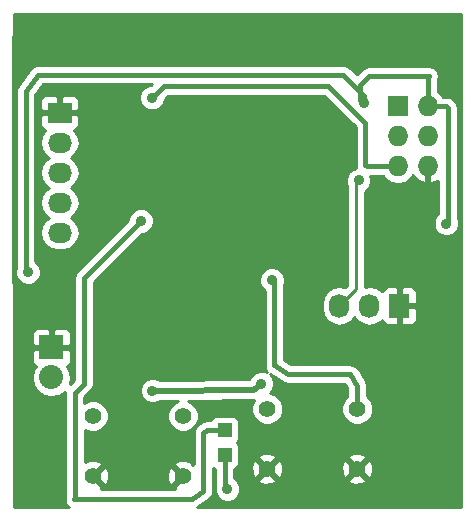
<source format=gbl>
%FSLAX46Y46*%
G04 Gerber Fmt 4.6, Leading zero omitted, Abs format (unit mm)*
G04 Created by KiCad (PCBNEW (2014-07-24 BZR 5026)-product) date 7/27/2014 12:58:05 AM*
%MOMM*%
G01*
G04 APERTURE LIST*
%ADD10C,0.100000*%
%ADD11R,1.198880X1.198880*%
%ADD12R,1.727200X2.032000*%
%ADD13O,1.727200X2.032000*%
%ADD14R,2.032000X2.032000*%
%ADD15O,2.032000X2.032000*%
%ADD16R,2.032000X1.727200*%
%ADD17O,2.032000X1.727200*%
%ADD18R,1.727200X1.727200*%
%ADD19O,1.727200X1.727200*%
%ADD20C,1.397000*%
%ADD21C,0.889000*%
%ADD22C,0.508000*%
%ADD23C,0.381000*%
%ADD24C,0.254000*%
G04 APERTURE END LIST*
D10*
D11*
X18958560Y7150100D03*
X18958560Y5052060D03*
D12*
X33746440Y17668240D03*
D13*
X31206440Y17668240D03*
X28666440Y17668240D03*
D14*
X4277360Y14152880D03*
D15*
X4277360Y11612880D03*
D16*
X4988560Y34041080D03*
D17*
X4988560Y31501080D03*
X4988560Y28961080D03*
X4988560Y26421080D03*
X4988560Y23881080D03*
D18*
X33624520Y34569400D03*
D19*
X36164520Y34569400D03*
X33624520Y32029400D03*
X36164520Y32029400D03*
X33624520Y29489400D03*
X36164520Y29489400D03*
D20*
X22555200Y8956040D03*
X22555200Y3876040D03*
X30175200Y8956040D03*
X30175200Y3876040D03*
X7807960Y8346440D03*
X7807960Y3266440D03*
X15427960Y8346440D03*
X15427960Y3266440D03*
D21*
X22057360Y11089640D03*
X12837160Y10495280D03*
X30718760Y34853880D03*
X2316480Y20518120D03*
X37719000Y24638000D03*
X11871960Y24876760D03*
X19187160Y2164080D03*
X12801600Y35295840D03*
X30286960Y28285440D03*
X22946360Y19842480D03*
D22*
X21468080Y10576560D02*
X22057360Y11089640D01*
X12872720Y10459720D02*
X21468080Y10576560D01*
X12837160Y10495280D02*
X12872720Y10459720D01*
D23*
X36255960Y37165280D02*
X36164520Y37073840D01*
X31201360Y37165280D02*
X36255960Y37165280D01*
X30439360Y36403280D02*
X31201360Y37165280D01*
X30439360Y35133280D02*
X30439360Y36403280D01*
X30718760Y34853880D02*
X30439360Y35133280D01*
X36164520Y37073840D02*
X36164520Y34569400D01*
X2092960Y20741640D02*
X2316480Y20518120D01*
X2092960Y35829240D02*
X2092960Y20741640D01*
X3139440Y37256720D02*
X2092960Y35829240D01*
X29011880Y37256720D02*
X3139440Y37256720D01*
X30718760Y35422840D02*
X29011880Y37256720D01*
X30718760Y34853880D02*
X30718760Y35422840D01*
X36647120Y35052000D02*
X36164520Y34569400D01*
X37693600Y34569400D02*
X37846000Y34417000D01*
X37846000Y34417000D02*
X37846000Y24765000D01*
X37846000Y24765000D02*
X37719000Y24638000D01*
X36164520Y34569400D02*
X37693600Y34569400D01*
X17416780Y7150100D02*
X17145000Y6878320D01*
X17145000Y6878320D02*
X17145000Y2001520D01*
X17145000Y2001520D02*
X16169640Y1305560D01*
X16169640Y1305560D02*
X6228080Y1305560D01*
X6228080Y1305560D02*
X6304280Y1381760D01*
X6304280Y1381760D02*
X6248400Y10307320D01*
X6248400Y10307320D02*
X7035800Y11094720D01*
X7035800Y11094720D02*
X7035800Y20040600D01*
X7035800Y20040600D02*
X11871960Y24876760D01*
X18958560Y7150100D02*
X17416780Y7150100D01*
X18958560Y2392680D02*
X19187160Y2164080D01*
X18958560Y5052060D02*
X18958560Y2392680D01*
X30993080Y29489400D02*
X33624520Y29489400D01*
X30861000Y29621480D02*
X30993080Y29489400D01*
X30861000Y33162240D02*
X30861000Y29621480D01*
X27736800Y36286440D02*
X30861000Y33162240D01*
X13792200Y36286440D02*
X27736800Y36286440D01*
X12801600Y35295840D02*
X13792200Y36286440D01*
D24*
X30286960Y28285440D02*
X30058360Y28514040D01*
X30058360Y28514040D02*
X30058360Y19060160D01*
X30058360Y19060160D02*
X28666440Y17668240D01*
D23*
X30175200Y10911840D02*
X30175200Y8956040D01*
X29606240Y11902440D02*
X30175200Y10911840D01*
X24307800Y11902440D02*
X29606240Y11902440D01*
X23164800Y12623800D02*
X24307800Y11902440D01*
X23164800Y19624040D02*
X23164800Y12623800D01*
X22946360Y19842480D02*
X23164800Y19624040D01*
D24*
G36*
X38989000Y635000D02*
X38798687Y635000D01*
X38798687Y24851784D01*
X38671500Y25159600D01*
X38671500Y34417000D01*
X38608663Y34732905D01*
X38608663Y34732906D01*
X38429717Y35000717D01*
X38277317Y35153117D01*
X38009506Y35332063D01*
X37693600Y35394900D01*
X37400274Y35394900D01*
X37224190Y35658429D01*
X36990020Y35814897D01*
X36990020Y36806568D01*
X37018623Y36849375D01*
X37081460Y37165280D01*
X37081461Y37165280D01*
X37018623Y37481185D01*
X37018623Y37481186D01*
X36839677Y37748997D01*
X36571866Y37927943D01*
X36255960Y37990781D01*
X36255954Y37990780D01*
X31201365Y37990780D01*
X31201360Y37990781D01*
X30885455Y37927943D01*
X30617643Y37748997D01*
X30617640Y37748994D01*
X30132746Y37264100D01*
X29616145Y37819138D01*
X29603951Y37827934D01*
X29595597Y37840437D01*
X29473753Y37921850D01*
X29354920Y38007569D01*
X29340287Y38011030D01*
X29327785Y38019383D01*
X29184072Y38047969D01*
X29041470Y38081690D01*
X29026625Y38079287D01*
X29011880Y38082220D01*
X3139440Y38082220D01*
X3077196Y38069840D01*
X3013791Y38072602D01*
X2920699Y38038711D01*
X2823535Y38019383D01*
X2770765Y37984124D01*
X2711130Y37962412D01*
X2638095Y37895477D01*
X2555723Y37840437D01*
X2520463Y37787668D01*
X2473677Y37744788D01*
X1427197Y36317308D01*
X1385336Y36227519D01*
X1330297Y36145145D01*
X1317915Y36082900D01*
X1291100Y36025380D01*
X1286787Y35926405D01*
X1267460Y35829240D01*
X1267460Y20806742D01*
X1237167Y20733788D01*
X1236793Y20304336D01*
X1400791Y19907431D01*
X1704194Y19603498D01*
X2100812Y19438807D01*
X2530264Y19438433D01*
X2927169Y19602431D01*
X3231102Y19905834D01*
X3395793Y20302452D01*
X3396167Y20731904D01*
X3232169Y21128809D01*
X2928766Y21432742D01*
X2918460Y21437022D01*
X2918460Y35559066D01*
X3557832Y36431220D01*
X12769545Y36431220D01*
X12713743Y36375418D01*
X12587816Y36375527D01*
X12190911Y36211529D01*
X11886978Y35908126D01*
X11722287Y35511508D01*
X11721913Y35082056D01*
X11885911Y34685151D01*
X12189314Y34381218D01*
X12585932Y34216527D01*
X13015384Y34216153D01*
X13412289Y34380151D01*
X13716222Y34683554D01*
X13880913Y35080172D01*
X13881024Y35207831D01*
X14134134Y35460940D01*
X27394866Y35460940D01*
X30035500Y32820306D01*
X30035500Y29621480D01*
X30086493Y29365116D01*
X30073176Y29365127D01*
X29676271Y29201129D01*
X29544323Y29069412D01*
X29519545Y29052855D01*
X29503133Y29028294D01*
X29372338Y28897726D01*
X29207647Y28501108D01*
X29207273Y28071656D01*
X29296360Y27856050D01*
X29296360Y19375790D01*
X29171660Y19251091D01*
X28666440Y19351585D01*
X28092951Y19237511D01*
X27606770Y18912655D01*
X27281914Y18426474D01*
X27167840Y17852985D01*
X27167840Y17483495D01*
X27281914Y16910006D01*
X27606770Y16423825D01*
X28092951Y16098969D01*
X28666440Y15984895D01*
X29239929Y16098969D01*
X29726110Y16423825D01*
X29936440Y16738606D01*
X30146770Y16423825D01*
X30632951Y16098969D01*
X31206440Y15984895D01*
X31779929Y16098969D01*
X32266110Y16423825D01*
X32280939Y16446020D01*
X32344513Y16292541D01*
X32523142Y16113913D01*
X32756531Y16017240D01*
X33460690Y16017240D01*
X33619440Y16175990D01*
X33619440Y17541240D01*
X33599440Y17541240D01*
X33599440Y17795240D01*
X33619440Y17795240D01*
X33619440Y19160490D01*
X33460690Y19319240D01*
X32756531Y19319240D01*
X32523142Y19222567D01*
X32344513Y19043939D01*
X32280939Y18890461D01*
X32266110Y18912655D01*
X31779929Y19237511D01*
X31206440Y19351585D01*
X30820360Y19274789D01*
X30820360Y27337816D01*
X30897649Y27369751D01*
X31201582Y27673154D01*
X31366273Y28069772D01*
X31366647Y28499224D01*
X31298604Y28663900D01*
X32388765Y28663900D01*
X32564850Y28400371D01*
X33051031Y28075515D01*
X33624520Y27961441D01*
X34198009Y28075515D01*
X34684190Y28400371D01*
X34900183Y28723629D01*
X34957699Y28600910D01*
X35389573Y28206712D01*
X35805494Y28034442D01*
X36037520Y28155583D01*
X36037520Y29362400D01*
X36017520Y29362400D01*
X36017520Y29616400D01*
X36037520Y29616400D01*
X36037520Y29636400D01*
X36291520Y29636400D01*
X36291520Y29616400D01*
X36311520Y29616400D01*
X36311520Y29362400D01*
X36291520Y29362400D01*
X36291520Y28155583D01*
X36523546Y28034442D01*
X36939467Y28206712D01*
X37020500Y28280676D01*
X37020500Y25466032D01*
X36804378Y25250286D01*
X36639687Y24853668D01*
X36639313Y24424216D01*
X36803311Y24027311D01*
X37106714Y23723378D01*
X37503332Y23558687D01*
X37932784Y23558313D01*
X38329689Y23722311D01*
X38633622Y24025714D01*
X38798313Y24422332D01*
X38798687Y24851784D01*
X38798687Y635000D01*
X35245040Y635000D01*
X35245040Y16525930D01*
X35245040Y16778549D01*
X35245040Y17382490D01*
X35245040Y17953990D01*
X35245040Y18557931D01*
X35245040Y18810550D01*
X35148367Y19043939D01*
X34969738Y19222567D01*
X34736349Y19319240D01*
X34032190Y19319240D01*
X33873440Y19160490D01*
X33873440Y17795240D01*
X35086290Y17795240D01*
X35245040Y17953990D01*
X35245040Y17382490D01*
X35086290Y17541240D01*
X33873440Y17541240D01*
X33873440Y16175990D01*
X34032190Y16017240D01*
X34736349Y16017240D01*
X34969738Y16113913D01*
X35148367Y16292541D01*
X35245040Y16525930D01*
X35245040Y635000D01*
X31521127Y635000D01*
X31521127Y3683520D01*
X31508931Y3908005D01*
X31508931Y9220126D01*
X31306346Y9710420D01*
X31000700Y10016600D01*
X31000700Y10911840D01*
X30990256Y10964342D01*
X30993878Y11017751D01*
X30959106Y11120946D01*
X30937863Y11227745D01*
X30908123Y11272254D01*
X30891030Y11322983D01*
X30322069Y12313583D01*
X30250456Y12395613D01*
X30189957Y12486157D01*
X30145447Y12515898D01*
X30110243Y12556223D01*
X30012686Y12604606D01*
X29922145Y12665103D01*
X29869642Y12675547D01*
X29821686Y12699330D01*
X29713040Y12706697D01*
X29606240Y12727940D01*
X24546510Y12727940D01*
X23990300Y13078971D01*
X23990300Y19541625D01*
X24025673Y19626812D01*
X24026047Y20056264D01*
X23862049Y20453169D01*
X23558646Y20757102D01*
X23162028Y20921793D01*
X22732576Y20922167D01*
X22335671Y20758169D01*
X22031738Y20454766D01*
X21867047Y20058148D01*
X21866673Y19628696D01*
X22030671Y19231791D01*
X22334074Y18927858D01*
X22339300Y18925688D01*
X22339300Y12623800D01*
X22357237Y12533622D01*
X22359634Y12441705D01*
X22388356Y12377173D01*
X22402137Y12307895D01*
X22453218Y12231446D01*
X22490608Y12147442D01*
X22541841Y12098813D01*
X22580201Y12041403D01*
X22273028Y12168953D01*
X21843576Y12169327D01*
X21446671Y12005329D01*
X21142738Y11701926D01*
X21042220Y11459854D01*
X13501901Y11357355D01*
X13449446Y11409902D01*
X13052828Y11574593D01*
X12623376Y11574967D01*
X12226471Y11410969D01*
X11922538Y11107566D01*
X11757847Y10710948D01*
X11757473Y10281496D01*
X11921471Y9884591D01*
X12224874Y9580658D01*
X12621492Y9415967D01*
X13050944Y9415593D01*
X13445007Y9578418D01*
X14967704Y9599116D01*
X14673580Y9477586D01*
X14298133Y9102793D01*
X14094692Y8612853D01*
X14094229Y8082354D01*
X14296814Y7592060D01*
X14671607Y7216613D01*
X15161547Y7013172D01*
X15692046Y7012709D01*
X16182340Y7215294D01*
X16557787Y7590087D01*
X16761228Y8080027D01*
X16761691Y8610526D01*
X16559106Y9100820D01*
X16184313Y9476267D01*
X15859273Y9611236D01*
X21414726Y9686753D01*
X21221932Y9222453D01*
X21221469Y8691954D01*
X21424054Y8201660D01*
X21798847Y7826213D01*
X22288787Y7622772D01*
X22819286Y7622309D01*
X23309580Y7824894D01*
X23685027Y8199687D01*
X23888468Y8689627D01*
X23888931Y9220126D01*
X23686346Y9710420D01*
X23311553Y10085867D01*
X22821613Y10289308D01*
X22783640Y10289342D01*
X22971982Y10477354D01*
X23136673Y10873972D01*
X23137047Y11303424D01*
X22973049Y11700329D01*
X22788677Y11885023D01*
X23867222Y11204342D01*
X23933161Y11179022D01*
X23991895Y11139777D01*
X24082075Y11121840D01*
X24167910Y11088879D01*
X24238522Y11090721D01*
X24307800Y11076940D01*
X29128400Y11076940D01*
X29349700Y10691643D01*
X29349700Y10016190D01*
X29045373Y9712393D01*
X28841932Y9222453D01*
X28841469Y8691954D01*
X29044054Y8201660D01*
X29418847Y7826213D01*
X29908787Y7622772D01*
X30439286Y7622309D01*
X30929580Y7824894D01*
X31305027Y8199687D01*
X31508468Y8689627D01*
X31508931Y9220126D01*
X31508931Y3908005D01*
X31492348Y4213239D01*
X31345000Y4568969D01*
X31109388Y4630623D01*
X30929783Y4451018D01*
X30929783Y4810228D01*
X30868129Y5045840D01*
X30367720Y5221967D01*
X29838001Y5193188D01*
X29482271Y5045840D01*
X29420617Y4810228D01*
X30175200Y4055645D01*
X30929783Y4810228D01*
X30929783Y4451018D01*
X30354805Y3876040D01*
X31109388Y3121457D01*
X31345000Y3183111D01*
X31521127Y3683520D01*
X31521127Y635000D01*
X30929783Y635000D01*
X30929783Y2941852D01*
X30175200Y3696435D01*
X29995595Y3516830D01*
X29995595Y3876040D01*
X29241012Y4630623D01*
X29005400Y4568969D01*
X28829273Y4068560D01*
X28858052Y3538841D01*
X29005400Y3183111D01*
X29241012Y3121457D01*
X29995595Y3876040D01*
X29995595Y3516830D01*
X29420617Y2941852D01*
X29482271Y2706240D01*
X29982680Y2530113D01*
X30512399Y2558892D01*
X30868129Y2706240D01*
X30929783Y2941852D01*
X30929783Y635000D01*
X23901127Y635000D01*
X23901127Y3683520D01*
X23872348Y4213239D01*
X23725000Y4568969D01*
X23489388Y4630623D01*
X23309783Y4451018D01*
X23309783Y4810228D01*
X23248129Y5045840D01*
X22747720Y5221967D01*
X22218001Y5193188D01*
X21862271Y5045840D01*
X21800617Y4810228D01*
X22555200Y4055645D01*
X23309783Y4810228D01*
X23309783Y4451018D01*
X22734805Y3876040D01*
X23489388Y3121457D01*
X23725000Y3183111D01*
X23901127Y3683520D01*
X23901127Y635000D01*
X23309783Y635000D01*
X23309783Y2941852D01*
X22555200Y3696435D01*
X22375595Y3516830D01*
X22375595Y3876040D01*
X21621012Y4630623D01*
X21385400Y4568969D01*
X21209273Y4068560D01*
X21238052Y3538841D01*
X21385400Y3183111D01*
X21621012Y3121457D01*
X22375595Y3876040D01*
X22375595Y3516830D01*
X21800617Y2941852D01*
X21862271Y2706240D01*
X22362680Y2530113D01*
X22892399Y2558892D01*
X23248129Y2706240D01*
X23309783Y2941852D01*
X23309783Y635000D01*
X16651101Y635000D01*
X17624481Y1329547D01*
X17671565Y1379616D01*
X17728717Y1417803D01*
X17780852Y1495829D01*
X17845136Y1564187D01*
X17869476Y1628466D01*
X17907663Y1685615D01*
X17925969Y1777648D01*
X17959202Y1865407D01*
X17957091Y1934111D01*
X17970500Y2001520D01*
X17970500Y3943215D01*
X17999421Y3914293D01*
X18133060Y3858938D01*
X18133060Y2440468D01*
X18107847Y2379748D01*
X18107473Y1950296D01*
X18271471Y1553391D01*
X18574874Y1249458D01*
X18971492Y1084767D01*
X19400944Y1084393D01*
X19797849Y1248391D01*
X20101782Y1551794D01*
X20266473Y1948412D01*
X20266847Y2377864D01*
X20102849Y2774769D01*
X19799446Y3078702D01*
X19784060Y3085091D01*
X19784060Y3858939D01*
X19917698Y3914293D01*
X20096327Y4092921D01*
X20193000Y4326310D01*
X20193000Y4578929D01*
X20193000Y5777809D01*
X20096327Y6011198D01*
X20006445Y6101081D01*
X20096327Y6190961D01*
X20193000Y6424350D01*
X20193000Y6676969D01*
X20193000Y7875849D01*
X20096327Y8109238D01*
X19917699Y8287867D01*
X19684310Y8384540D01*
X19431691Y8384540D01*
X18232811Y8384540D01*
X17999422Y8287867D01*
X17820793Y8109239D01*
X17765437Y7975600D01*
X17416785Y7975600D01*
X17416780Y7975601D01*
X17100874Y7912763D01*
X16833063Y7733817D01*
X16561283Y7462037D01*
X16382337Y7194226D01*
X16319500Y6878320D01*
X16319500Y4294182D01*
X16297797Y4315885D01*
X16182542Y4200631D01*
X16120889Y4436240D01*
X15620480Y4612367D01*
X15090761Y4583588D01*
X14735031Y4436240D01*
X14673377Y4200628D01*
X15427960Y3446045D01*
X15442102Y3460188D01*
X15621707Y3280583D01*
X15607565Y3266440D01*
X15621707Y3252298D01*
X15442102Y3072693D01*
X15427960Y3086835D01*
X15248355Y2907230D01*
X15248355Y3266440D01*
X14493772Y4021023D01*
X14258160Y3959369D01*
X14082033Y3458960D01*
X14110812Y2929241D01*
X14258160Y2573511D01*
X14493772Y2511857D01*
X15248355Y3266440D01*
X15248355Y2907230D01*
X14673377Y2332252D01*
X14726024Y2131060D01*
X9153887Y2131060D01*
X9153887Y3073920D01*
X9125108Y3603639D01*
X8977760Y3959369D01*
X8742148Y4021023D01*
X7987565Y3266440D01*
X8742148Y2511857D01*
X8977760Y2573511D01*
X9153887Y3073920D01*
X9153887Y2131060D01*
X8509895Y2131060D01*
X8562543Y2332252D01*
X7807960Y3086835D01*
X7793817Y3072693D01*
X7614212Y3252298D01*
X7628355Y3266440D01*
X7614212Y3280583D01*
X7793817Y3460188D01*
X7807960Y3446045D01*
X8562543Y4200628D01*
X8500889Y4436240D01*
X8000480Y4612367D01*
X7470761Y4583588D01*
X7115031Y4436240D01*
X7110775Y4419976D01*
X7093374Y7199270D01*
X7541547Y7013172D01*
X8072046Y7012709D01*
X8562340Y7215294D01*
X8937787Y7590087D01*
X9141228Y8080027D01*
X9141691Y8610526D01*
X8939106Y9100820D01*
X8564313Y9476267D01*
X8074373Y9679708D01*
X7543874Y9680171D01*
X7079045Y9488108D01*
X7076043Y9967530D01*
X7619513Y10511001D01*
X7619517Y10511003D01*
X7619517Y10511004D01*
X7798463Y10778815D01*
X7861300Y11094720D01*
X7861301Y11094720D01*
X7861300Y11094726D01*
X7861300Y19698666D01*
X11959816Y23797183D01*
X12085744Y23797073D01*
X12482649Y23961071D01*
X12786582Y24264474D01*
X12951273Y24661092D01*
X12951647Y25090544D01*
X12787649Y25487449D01*
X12484246Y25791382D01*
X12087628Y25956073D01*
X11658176Y25956447D01*
X11261271Y25792449D01*
X10957338Y25489046D01*
X10792647Y25092428D01*
X10792535Y24964770D01*
X6671905Y20844140D01*
X6671905Y23881080D01*
X6557831Y24454569D01*
X6232975Y24940750D01*
X5918194Y25151080D01*
X6232975Y25361410D01*
X6557831Y25847591D01*
X6671905Y26421080D01*
X6557831Y26994569D01*
X6232975Y27480750D01*
X5918194Y27691080D01*
X6232975Y27901410D01*
X6557831Y28387591D01*
X6671905Y28961080D01*
X6557831Y29534569D01*
X6232975Y30020750D01*
X5918194Y30231080D01*
X6232975Y30441410D01*
X6557831Y30927591D01*
X6671905Y31501080D01*
X6557831Y32074569D01*
X6232975Y32560750D01*
X6210780Y32575580D01*
X6364259Y32639153D01*
X6542887Y32817782D01*
X6639560Y33051171D01*
X6639560Y33755330D01*
X6639560Y34326830D01*
X6639560Y35030989D01*
X6542887Y35264378D01*
X6364259Y35443007D01*
X6130870Y35539680D01*
X5878251Y35539680D01*
X5274310Y35539680D01*
X5115560Y35380930D01*
X5115560Y34168080D01*
X6480810Y34168080D01*
X6639560Y34326830D01*
X6639560Y33755330D01*
X6480810Y33914080D01*
X5115560Y33914080D01*
X5115560Y33894080D01*
X4861560Y33894080D01*
X4861560Y33914080D01*
X4861560Y34168080D01*
X4861560Y35380930D01*
X4702810Y35539680D01*
X4098869Y35539680D01*
X3846250Y35539680D01*
X3612861Y35443007D01*
X3434233Y35264378D01*
X3337560Y35030989D01*
X3337560Y34326830D01*
X3496310Y34168080D01*
X4861560Y34168080D01*
X4861560Y33914080D01*
X3496310Y33914080D01*
X3337560Y33755330D01*
X3337560Y33051171D01*
X3434233Y32817782D01*
X3612861Y32639153D01*
X3766339Y32575580D01*
X3744145Y32560750D01*
X3419289Y32074569D01*
X3305215Y31501080D01*
X3419289Y30927591D01*
X3744145Y30441410D01*
X4058925Y30231080D01*
X3744145Y30020750D01*
X3419289Y29534569D01*
X3305215Y28961080D01*
X3419289Y28387591D01*
X3744145Y27901410D01*
X4058925Y27691080D01*
X3744145Y27480750D01*
X3419289Y26994569D01*
X3305215Y26421080D01*
X3419289Y25847591D01*
X3744145Y25361410D01*
X4058925Y25151080D01*
X3744145Y24940750D01*
X3419289Y24454569D01*
X3305215Y23881080D01*
X3419289Y23307591D01*
X3744145Y22821410D01*
X4230326Y22496554D01*
X4803815Y22382480D01*
X5173305Y22382480D01*
X5746794Y22496554D01*
X6232975Y22821410D01*
X6557831Y23307591D01*
X6671905Y23881080D01*
X6671905Y20844140D01*
X6452083Y20624317D01*
X6273137Y20356506D01*
X6210300Y20040600D01*
X6210300Y11436654D01*
X5822627Y11048981D01*
X5928360Y11580535D01*
X5928360Y11645225D01*
X5802685Y12277035D01*
X5601988Y12577399D01*
X5653059Y12598553D01*
X5831687Y12777182D01*
X5928360Y13010571D01*
X5928360Y13867130D01*
X5928360Y14438630D01*
X5928360Y15295189D01*
X5831687Y15528578D01*
X5653059Y15707207D01*
X5419670Y15803880D01*
X5167051Y15803880D01*
X4563110Y15803880D01*
X4404360Y15645130D01*
X4404360Y14279880D01*
X5769610Y14279880D01*
X5928360Y14438630D01*
X5928360Y13867130D01*
X5769610Y14025880D01*
X4404360Y14025880D01*
X4404360Y14005880D01*
X4150360Y14005880D01*
X4150360Y14025880D01*
X4150360Y14279880D01*
X4150360Y15645130D01*
X3991610Y15803880D01*
X3387669Y15803880D01*
X3135050Y15803880D01*
X2901661Y15707207D01*
X2723033Y15528578D01*
X2626360Y15295189D01*
X2626360Y14438630D01*
X2785110Y14279880D01*
X4150360Y14279880D01*
X4150360Y14025880D01*
X2785110Y14025880D01*
X2626360Y13867130D01*
X2626360Y13010571D01*
X2723033Y12777182D01*
X2901661Y12598553D01*
X2952731Y12577399D01*
X2752035Y12277035D01*
X2626360Y11645225D01*
X2626360Y11580535D01*
X2752035Y10948725D01*
X3109927Y10413102D01*
X3645550Y10055210D01*
X4277360Y9929535D01*
X4909170Y10055210D01*
X5443810Y10412446D01*
X5422900Y10307320D01*
X5423413Y10304739D01*
X5422916Y10302152D01*
X5477152Y1639031D01*
X5477152Y1639030D01*
X5465417Y1621466D01*
X5402580Y1305560D01*
X5465417Y989654D01*
X5644363Y721843D01*
X5774332Y635000D01*
X1142579Y635000D01*
X1016007Y38733095D01*
X1138837Y42418000D01*
X38989000Y42418000D01*
X38989000Y635000D01*
X38989000Y635000D01*
G37*
X38989000Y635000D02*
X38798687Y635000D01*
X38798687Y24851784D01*
X38671500Y25159600D01*
X38671500Y34417000D01*
X38608663Y34732905D01*
X38608663Y34732906D01*
X38429717Y35000717D01*
X38277317Y35153117D01*
X38009506Y35332063D01*
X37693600Y35394900D01*
X37400274Y35394900D01*
X37224190Y35658429D01*
X36990020Y35814897D01*
X36990020Y36806568D01*
X37018623Y36849375D01*
X37081460Y37165280D01*
X37081461Y37165280D01*
X37018623Y37481185D01*
X37018623Y37481186D01*
X36839677Y37748997D01*
X36571866Y37927943D01*
X36255960Y37990781D01*
X36255954Y37990780D01*
X31201365Y37990780D01*
X31201360Y37990781D01*
X30885455Y37927943D01*
X30617643Y37748997D01*
X30617640Y37748994D01*
X30132746Y37264100D01*
X29616145Y37819138D01*
X29603951Y37827934D01*
X29595597Y37840437D01*
X29473753Y37921850D01*
X29354920Y38007569D01*
X29340287Y38011030D01*
X29327785Y38019383D01*
X29184072Y38047969D01*
X29041470Y38081690D01*
X29026625Y38079287D01*
X29011880Y38082220D01*
X3139440Y38082220D01*
X3077196Y38069840D01*
X3013791Y38072602D01*
X2920699Y38038711D01*
X2823535Y38019383D01*
X2770765Y37984124D01*
X2711130Y37962412D01*
X2638095Y37895477D01*
X2555723Y37840437D01*
X2520463Y37787668D01*
X2473677Y37744788D01*
X1427197Y36317308D01*
X1385336Y36227519D01*
X1330297Y36145145D01*
X1317915Y36082900D01*
X1291100Y36025380D01*
X1286787Y35926405D01*
X1267460Y35829240D01*
X1267460Y20806742D01*
X1237167Y20733788D01*
X1236793Y20304336D01*
X1400791Y19907431D01*
X1704194Y19603498D01*
X2100812Y19438807D01*
X2530264Y19438433D01*
X2927169Y19602431D01*
X3231102Y19905834D01*
X3395793Y20302452D01*
X3396167Y20731904D01*
X3232169Y21128809D01*
X2928766Y21432742D01*
X2918460Y21437022D01*
X2918460Y35559066D01*
X3557832Y36431220D01*
X12769545Y36431220D01*
X12713743Y36375418D01*
X12587816Y36375527D01*
X12190911Y36211529D01*
X11886978Y35908126D01*
X11722287Y35511508D01*
X11721913Y35082056D01*
X11885911Y34685151D01*
X12189314Y34381218D01*
X12585932Y34216527D01*
X13015384Y34216153D01*
X13412289Y34380151D01*
X13716222Y34683554D01*
X13880913Y35080172D01*
X13881024Y35207831D01*
X14134134Y35460940D01*
X27394866Y35460940D01*
X30035500Y32820306D01*
X30035500Y29621480D01*
X30086493Y29365116D01*
X30073176Y29365127D01*
X29676271Y29201129D01*
X29544323Y29069412D01*
X29519545Y29052855D01*
X29503133Y29028294D01*
X29372338Y28897726D01*
X29207647Y28501108D01*
X29207273Y28071656D01*
X29296360Y27856050D01*
X29296360Y19375790D01*
X29171660Y19251091D01*
X28666440Y19351585D01*
X28092951Y19237511D01*
X27606770Y18912655D01*
X27281914Y18426474D01*
X27167840Y17852985D01*
X27167840Y17483495D01*
X27281914Y16910006D01*
X27606770Y16423825D01*
X28092951Y16098969D01*
X28666440Y15984895D01*
X29239929Y16098969D01*
X29726110Y16423825D01*
X29936440Y16738606D01*
X30146770Y16423825D01*
X30632951Y16098969D01*
X31206440Y15984895D01*
X31779929Y16098969D01*
X32266110Y16423825D01*
X32280939Y16446020D01*
X32344513Y16292541D01*
X32523142Y16113913D01*
X32756531Y16017240D01*
X33460690Y16017240D01*
X33619440Y16175990D01*
X33619440Y17541240D01*
X33599440Y17541240D01*
X33599440Y17795240D01*
X33619440Y17795240D01*
X33619440Y19160490D01*
X33460690Y19319240D01*
X32756531Y19319240D01*
X32523142Y19222567D01*
X32344513Y19043939D01*
X32280939Y18890461D01*
X32266110Y18912655D01*
X31779929Y19237511D01*
X31206440Y19351585D01*
X30820360Y19274789D01*
X30820360Y27337816D01*
X30897649Y27369751D01*
X31201582Y27673154D01*
X31366273Y28069772D01*
X31366647Y28499224D01*
X31298604Y28663900D01*
X32388765Y28663900D01*
X32564850Y28400371D01*
X33051031Y28075515D01*
X33624520Y27961441D01*
X34198009Y28075515D01*
X34684190Y28400371D01*
X34900183Y28723629D01*
X34957699Y28600910D01*
X35389573Y28206712D01*
X35805494Y28034442D01*
X36037520Y28155583D01*
X36037520Y29362400D01*
X36017520Y29362400D01*
X36017520Y29616400D01*
X36037520Y29616400D01*
X36037520Y29636400D01*
X36291520Y29636400D01*
X36291520Y29616400D01*
X36311520Y29616400D01*
X36311520Y29362400D01*
X36291520Y29362400D01*
X36291520Y28155583D01*
X36523546Y28034442D01*
X36939467Y28206712D01*
X37020500Y28280676D01*
X37020500Y25466032D01*
X36804378Y25250286D01*
X36639687Y24853668D01*
X36639313Y24424216D01*
X36803311Y24027311D01*
X37106714Y23723378D01*
X37503332Y23558687D01*
X37932784Y23558313D01*
X38329689Y23722311D01*
X38633622Y24025714D01*
X38798313Y24422332D01*
X38798687Y24851784D01*
X38798687Y635000D01*
X35245040Y635000D01*
X35245040Y16525930D01*
X35245040Y16778549D01*
X35245040Y17382490D01*
X35245040Y17953990D01*
X35245040Y18557931D01*
X35245040Y18810550D01*
X35148367Y19043939D01*
X34969738Y19222567D01*
X34736349Y19319240D01*
X34032190Y19319240D01*
X33873440Y19160490D01*
X33873440Y17795240D01*
X35086290Y17795240D01*
X35245040Y17953990D01*
X35245040Y17382490D01*
X35086290Y17541240D01*
X33873440Y17541240D01*
X33873440Y16175990D01*
X34032190Y16017240D01*
X34736349Y16017240D01*
X34969738Y16113913D01*
X35148367Y16292541D01*
X35245040Y16525930D01*
X35245040Y635000D01*
X31521127Y635000D01*
X31521127Y3683520D01*
X31508931Y3908005D01*
X31508931Y9220126D01*
X31306346Y9710420D01*
X31000700Y10016600D01*
X31000700Y10911840D01*
X30990256Y10964342D01*
X30993878Y11017751D01*
X30959106Y11120946D01*
X30937863Y11227745D01*
X30908123Y11272254D01*
X30891030Y11322983D01*
X30322069Y12313583D01*
X30250456Y12395613D01*
X30189957Y12486157D01*
X30145447Y12515898D01*
X30110243Y12556223D01*
X30012686Y12604606D01*
X29922145Y12665103D01*
X29869642Y12675547D01*
X29821686Y12699330D01*
X29713040Y12706697D01*
X29606240Y12727940D01*
X24546510Y12727940D01*
X23990300Y13078971D01*
X23990300Y19541625D01*
X24025673Y19626812D01*
X24026047Y20056264D01*
X23862049Y20453169D01*
X23558646Y20757102D01*
X23162028Y20921793D01*
X22732576Y20922167D01*
X22335671Y20758169D01*
X22031738Y20454766D01*
X21867047Y20058148D01*
X21866673Y19628696D01*
X22030671Y19231791D01*
X22334074Y18927858D01*
X22339300Y18925688D01*
X22339300Y12623800D01*
X22357237Y12533622D01*
X22359634Y12441705D01*
X22388356Y12377173D01*
X22402137Y12307895D01*
X22453218Y12231446D01*
X22490608Y12147442D01*
X22541841Y12098813D01*
X22580201Y12041403D01*
X22273028Y12168953D01*
X21843576Y12169327D01*
X21446671Y12005329D01*
X21142738Y11701926D01*
X21042220Y11459854D01*
X13501901Y11357355D01*
X13449446Y11409902D01*
X13052828Y11574593D01*
X12623376Y11574967D01*
X12226471Y11410969D01*
X11922538Y11107566D01*
X11757847Y10710948D01*
X11757473Y10281496D01*
X11921471Y9884591D01*
X12224874Y9580658D01*
X12621492Y9415967D01*
X13050944Y9415593D01*
X13445007Y9578418D01*
X14967704Y9599116D01*
X14673580Y9477586D01*
X14298133Y9102793D01*
X14094692Y8612853D01*
X14094229Y8082354D01*
X14296814Y7592060D01*
X14671607Y7216613D01*
X15161547Y7013172D01*
X15692046Y7012709D01*
X16182340Y7215294D01*
X16557787Y7590087D01*
X16761228Y8080027D01*
X16761691Y8610526D01*
X16559106Y9100820D01*
X16184313Y9476267D01*
X15859273Y9611236D01*
X21414726Y9686753D01*
X21221932Y9222453D01*
X21221469Y8691954D01*
X21424054Y8201660D01*
X21798847Y7826213D01*
X22288787Y7622772D01*
X22819286Y7622309D01*
X23309580Y7824894D01*
X23685027Y8199687D01*
X23888468Y8689627D01*
X23888931Y9220126D01*
X23686346Y9710420D01*
X23311553Y10085867D01*
X22821613Y10289308D01*
X22783640Y10289342D01*
X22971982Y10477354D01*
X23136673Y10873972D01*
X23137047Y11303424D01*
X22973049Y11700329D01*
X22788677Y11885023D01*
X23867222Y11204342D01*
X23933161Y11179022D01*
X23991895Y11139777D01*
X24082075Y11121840D01*
X24167910Y11088879D01*
X24238522Y11090721D01*
X24307800Y11076940D01*
X29128400Y11076940D01*
X29349700Y10691643D01*
X29349700Y10016190D01*
X29045373Y9712393D01*
X28841932Y9222453D01*
X28841469Y8691954D01*
X29044054Y8201660D01*
X29418847Y7826213D01*
X29908787Y7622772D01*
X30439286Y7622309D01*
X30929580Y7824894D01*
X31305027Y8199687D01*
X31508468Y8689627D01*
X31508931Y9220126D01*
X31508931Y3908005D01*
X31492348Y4213239D01*
X31345000Y4568969D01*
X31109388Y4630623D01*
X30929783Y4451018D01*
X30929783Y4810228D01*
X30868129Y5045840D01*
X30367720Y5221967D01*
X29838001Y5193188D01*
X29482271Y5045840D01*
X29420617Y4810228D01*
X30175200Y4055645D01*
X30929783Y4810228D01*
X30929783Y4451018D01*
X30354805Y3876040D01*
X31109388Y3121457D01*
X31345000Y3183111D01*
X31521127Y3683520D01*
X31521127Y635000D01*
X30929783Y635000D01*
X30929783Y2941852D01*
X30175200Y3696435D01*
X29995595Y3516830D01*
X29995595Y3876040D01*
X29241012Y4630623D01*
X29005400Y4568969D01*
X28829273Y4068560D01*
X28858052Y3538841D01*
X29005400Y3183111D01*
X29241012Y3121457D01*
X29995595Y3876040D01*
X29995595Y3516830D01*
X29420617Y2941852D01*
X29482271Y2706240D01*
X29982680Y2530113D01*
X30512399Y2558892D01*
X30868129Y2706240D01*
X30929783Y2941852D01*
X30929783Y635000D01*
X23901127Y635000D01*
X23901127Y3683520D01*
X23872348Y4213239D01*
X23725000Y4568969D01*
X23489388Y4630623D01*
X23309783Y4451018D01*
X23309783Y4810228D01*
X23248129Y5045840D01*
X22747720Y5221967D01*
X22218001Y5193188D01*
X21862271Y5045840D01*
X21800617Y4810228D01*
X22555200Y4055645D01*
X23309783Y4810228D01*
X23309783Y4451018D01*
X22734805Y3876040D01*
X23489388Y3121457D01*
X23725000Y3183111D01*
X23901127Y3683520D01*
X23901127Y635000D01*
X23309783Y635000D01*
X23309783Y2941852D01*
X22555200Y3696435D01*
X22375595Y3516830D01*
X22375595Y3876040D01*
X21621012Y4630623D01*
X21385400Y4568969D01*
X21209273Y4068560D01*
X21238052Y3538841D01*
X21385400Y3183111D01*
X21621012Y3121457D01*
X22375595Y3876040D01*
X22375595Y3516830D01*
X21800617Y2941852D01*
X21862271Y2706240D01*
X22362680Y2530113D01*
X22892399Y2558892D01*
X23248129Y2706240D01*
X23309783Y2941852D01*
X23309783Y635000D01*
X16651101Y635000D01*
X17624481Y1329547D01*
X17671565Y1379616D01*
X17728717Y1417803D01*
X17780852Y1495829D01*
X17845136Y1564187D01*
X17869476Y1628466D01*
X17907663Y1685615D01*
X17925969Y1777648D01*
X17959202Y1865407D01*
X17957091Y1934111D01*
X17970500Y2001520D01*
X17970500Y3943215D01*
X17999421Y3914293D01*
X18133060Y3858938D01*
X18133060Y2440468D01*
X18107847Y2379748D01*
X18107473Y1950296D01*
X18271471Y1553391D01*
X18574874Y1249458D01*
X18971492Y1084767D01*
X19400944Y1084393D01*
X19797849Y1248391D01*
X20101782Y1551794D01*
X20266473Y1948412D01*
X20266847Y2377864D01*
X20102849Y2774769D01*
X19799446Y3078702D01*
X19784060Y3085091D01*
X19784060Y3858939D01*
X19917698Y3914293D01*
X20096327Y4092921D01*
X20193000Y4326310D01*
X20193000Y4578929D01*
X20193000Y5777809D01*
X20096327Y6011198D01*
X20006445Y6101081D01*
X20096327Y6190961D01*
X20193000Y6424350D01*
X20193000Y6676969D01*
X20193000Y7875849D01*
X20096327Y8109238D01*
X19917699Y8287867D01*
X19684310Y8384540D01*
X19431691Y8384540D01*
X18232811Y8384540D01*
X17999422Y8287867D01*
X17820793Y8109239D01*
X17765437Y7975600D01*
X17416785Y7975600D01*
X17416780Y7975601D01*
X17100874Y7912763D01*
X16833063Y7733817D01*
X16561283Y7462037D01*
X16382337Y7194226D01*
X16319500Y6878320D01*
X16319500Y4294182D01*
X16297797Y4315885D01*
X16182542Y4200631D01*
X16120889Y4436240D01*
X15620480Y4612367D01*
X15090761Y4583588D01*
X14735031Y4436240D01*
X14673377Y4200628D01*
X15427960Y3446045D01*
X15442102Y3460188D01*
X15621707Y3280583D01*
X15607565Y3266440D01*
X15621707Y3252298D01*
X15442102Y3072693D01*
X15427960Y3086835D01*
X15248355Y2907230D01*
X15248355Y3266440D01*
X14493772Y4021023D01*
X14258160Y3959369D01*
X14082033Y3458960D01*
X14110812Y2929241D01*
X14258160Y2573511D01*
X14493772Y2511857D01*
X15248355Y3266440D01*
X15248355Y2907230D01*
X14673377Y2332252D01*
X14726024Y2131060D01*
X9153887Y2131060D01*
X9153887Y3073920D01*
X9125108Y3603639D01*
X8977760Y3959369D01*
X8742148Y4021023D01*
X7987565Y3266440D01*
X8742148Y2511857D01*
X8977760Y2573511D01*
X9153887Y3073920D01*
X9153887Y2131060D01*
X8509895Y2131060D01*
X8562543Y2332252D01*
X7807960Y3086835D01*
X7793817Y3072693D01*
X7614212Y3252298D01*
X7628355Y3266440D01*
X7614212Y3280583D01*
X7793817Y3460188D01*
X7807960Y3446045D01*
X8562543Y4200628D01*
X8500889Y4436240D01*
X8000480Y4612367D01*
X7470761Y4583588D01*
X7115031Y4436240D01*
X7110775Y4419976D01*
X7093374Y7199270D01*
X7541547Y7013172D01*
X8072046Y7012709D01*
X8562340Y7215294D01*
X8937787Y7590087D01*
X9141228Y8080027D01*
X9141691Y8610526D01*
X8939106Y9100820D01*
X8564313Y9476267D01*
X8074373Y9679708D01*
X7543874Y9680171D01*
X7079045Y9488108D01*
X7076043Y9967530D01*
X7619513Y10511001D01*
X7619517Y10511003D01*
X7619517Y10511004D01*
X7798463Y10778815D01*
X7861300Y11094720D01*
X7861301Y11094720D01*
X7861300Y11094726D01*
X7861300Y19698666D01*
X11959816Y23797183D01*
X12085744Y23797073D01*
X12482649Y23961071D01*
X12786582Y24264474D01*
X12951273Y24661092D01*
X12951647Y25090544D01*
X12787649Y25487449D01*
X12484246Y25791382D01*
X12087628Y25956073D01*
X11658176Y25956447D01*
X11261271Y25792449D01*
X10957338Y25489046D01*
X10792647Y25092428D01*
X10792535Y24964770D01*
X6671905Y20844140D01*
X6671905Y23881080D01*
X6557831Y24454569D01*
X6232975Y24940750D01*
X5918194Y25151080D01*
X6232975Y25361410D01*
X6557831Y25847591D01*
X6671905Y26421080D01*
X6557831Y26994569D01*
X6232975Y27480750D01*
X5918194Y27691080D01*
X6232975Y27901410D01*
X6557831Y28387591D01*
X6671905Y28961080D01*
X6557831Y29534569D01*
X6232975Y30020750D01*
X5918194Y30231080D01*
X6232975Y30441410D01*
X6557831Y30927591D01*
X6671905Y31501080D01*
X6557831Y32074569D01*
X6232975Y32560750D01*
X6210780Y32575580D01*
X6364259Y32639153D01*
X6542887Y32817782D01*
X6639560Y33051171D01*
X6639560Y33755330D01*
X6639560Y34326830D01*
X6639560Y35030989D01*
X6542887Y35264378D01*
X6364259Y35443007D01*
X6130870Y35539680D01*
X5878251Y35539680D01*
X5274310Y35539680D01*
X5115560Y35380930D01*
X5115560Y34168080D01*
X6480810Y34168080D01*
X6639560Y34326830D01*
X6639560Y33755330D01*
X6480810Y33914080D01*
X5115560Y33914080D01*
X5115560Y33894080D01*
X4861560Y33894080D01*
X4861560Y33914080D01*
X4861560Y34168080D01*
X4861560Y35380930D01*
X4702810Y35539680D01*
X4098869Y35539680D01*
X3846250Y35539680D01*
X3612861Y35443007D01*
X3434233Y35264378D01*
X3337560Y35030989D01*
X3337560Y34326830D01*
X3496310Y34168080D01*
X4861560Y34168080D01*
X4861560Y33914080D01*
X3496310Y33914080D01*
X3337560Y33755330D01*
X3337560Y33051171D01*
X3434233Y32817782D01*
X3612861Y32639153D01*
X3766339Y32575580D01*
X3744145Y32560750D01*
X3419289Y32074569D01*
X3305215Y31501080D01*
X3419289Y30927591D01*
X3744145Y30441410D01*
X4058925Y30231080D01*
X3744145Y30020750D01*
X3419289Y29534569D01*
X3305215Y28961080D01*
X3419289Y28387591D01*
X3744145Y27901410D01*
X4058925Y27691080D01*
X3744145Y27480750D01*
X3419289Y26994569D01*
X3305215Y26421080D01*
X3419289Y25847591D01*
X3744145Y25361410D01*
X4058925Y25151080D01*
X3744145Y24940750D01*
X3419289Y24454569D01*
X3305215Y23881080D01*
X3419289Y23307591D01*
X3744145Y22821410D01*
X4230326Y22496554D01*
X4803815Y22382480D01*
X5173305Y22382480D01*
X5746794Y22496554D01*
X6232975Y22821410D01*
X6557831Y23307591D01*
X6671905Y23881080D01*
X6671905Y20844140D01*
X6452083Y20624317D01*
X6273137Y20356506D01*
X6210300Y20040600D01*
X6210300Y11436654D01*
X5822627Y11048981D01*
X5928360Y11580535D01*
X5928360Y11645225D01*
X5802685Y12277035D01*
X5601988Y12577399D01*
X5653059Y12598553D01*
X5831687Y12777182D01*
X5928360Y13010571D01*
X5928360Y13867130D01*
X5928360Y14438630D01*
X5928360Y15295189D01*
X5831687Y15528578D01*
X5653059Y15707207D01*
X5419670Y15803880D01*
X5167051Y15803880D01*
X4563110Y15803880D01*
X4404360Y15645130D01*
X4404360Y14279880D01*
X5769610Y14279880D01*
X5928360Y14438630D01*
X5928360Y13867130D01*
X5769610Y14025880D01*
X4404360Y14025880D01*
X4404360Y14005880D01*
X4150360Y14005880D01*
X4150360Y14025880D01*
X4150360Y14279880D01*
X4150360Y15645130D01*
X3991610Y15803880D01*
X3387669Y15803880D01*
X3135050Y15803880D01*
X2901661Y15707207D01*
X2723033Y15528578D01*
X2626360Y15295189D01*
X2626360Y14438630D01*
X2785110Y14279880D01*
X4150360Y14279880D01*
X4150360Y14025880D01*
X2785110Y14025880D01*
X2626360Y13867130D01*
X2626360Y13010571D01*
X2723033Y12777182D01*
X2901661Y12598553D01*
X2952731Y12577399D01*
X2752035Y12277035D01*
X2626360Y11645225D01*
X2626360Y11580535D01*
X2752035Y10948725D01*
X3109927Y10413102D01*
X3645550Y10055210D01*
X4277360Y9929535D01*
X4909170Y10055210D01*
X5443810Y10412446D01*
X5422900Y10307320D01*
X5423413Y10304739D01*
X5422916Y10302152D01*
X5477152Y1639031D01*
X5477152Y1639030D01*
X5465417Y1621466D01*
X5402580Y1305560D01*
X5465417Y989654D01*
X5644363Y721843D01*
X5774332Y635000D01*
X1142579Y635000D01*
X1016007Y38733095D01*
X1138837Y42418000D01*
X38989000Y42418000D01*
X38989000Y635000D01*
M02*

</source>
